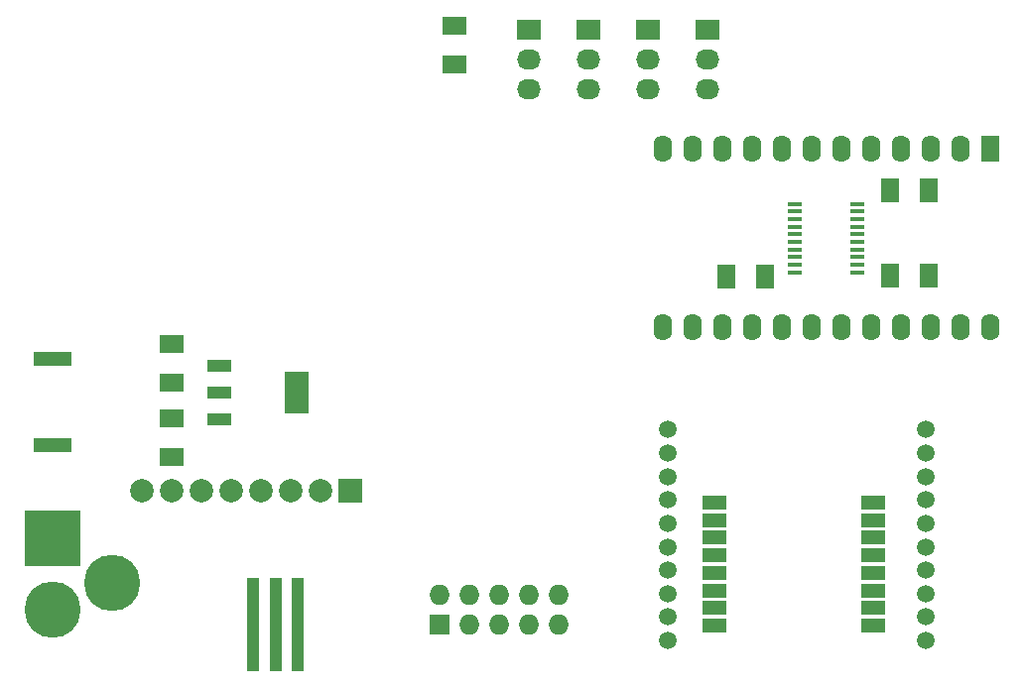
<source format=gts>
G04 #@! TF.FileFunction,Soldermask,Top*
%FSLAX46Y46*%
G04 Gerber Fmt 4.6, Leading zero omitted, Abs format (unit mm)*
G04 Created by KiCad (PCBNEW (2015-01-16 BZR 5376)-product) date 26/03/2015 09:41:38*
%MOMM*%
G01*
G04 APERTURE LIST*
%ADD10C,0.100000*%
%ADD11R,1.524000X2.032000*%
%ADD12R,3.302000X1.270000*%
%ADD13R,2.032000X1.524000*%
%ADD14R,1.000000X8.000000*%
%ADD15C,2.000000*%
%ADD16R,2.000000X2.000000*%
%ADD17R,1.574800X2.286000*%
%ADD18O,1.574800X2.286000*%
%ADD19R,1.727200X1.727200*%
%ADD20O,1.727200X1.727200*%
%ADD21C,4.800600*%
%ADD22R,4.800600X4.800600*%
%ADD23R,1.270000X0.406400*%
%ADD24R,2.000000X1.200000*%
%ADD25R,2.032000X3.657600*%
%ADD26R,2.032000X1.016000*%
%ADD27R,2.032000X1.727200*%
%ADD28O,2.032000X1.727200*%
%ADD29C,1.500000*%
G04 APERTURE END LIST*
D10*
D11*
X168529000Y-96139000D03*
X171831000Y-96139000D03*
D12*
X97028000Y-110617000D03*
X97028000Y-103251000D03*
D11*
X157861000Y-96266000D03*
X154559000Y-96266000D03*
D13*
X107188000Y-108331000D03*
X107188000Y-111633000D03*
X107188000Y-101981000D03*
X107188000Y-105283000D03*
X131318000Y-74803000D03*
X131318000Y-78105000D03*
D11*
X168529000Y-88900000D03*
X171831000Y-88900000D03*
D14*
X114173000Y-125984000D03*
X116078000Y-125984000D03*
X117983000Y-125984000D03*
X114173000Y-125984000D03*
X116078000Y-125984000D03*
X117983000Y-125984000D03*
D15*
X104648000Y-114554000D03*
X107188000Y-114554000D03*
X109728000Y-114554000D03*
X112268000Y-114554000D03*
X114808000Y-114554000D03*
X117348000Y-114554000D03*
X119888000Y-114554000D03*
D16*
X122428000Y-114554000D03*
D17*
X177038000Y-85344000D03*
D18*
X174498000Y-85344000D03*
X171958000Y-85344000D03*
X169418000Y-85344000D03*
X166878000Y-85344000D03*
X164338000Y-85344000D03*
X161798000Y-85344000D03*
X159258000Y-85344000D03*
X156718000Y-85344000D03*
X154178000Y-85344000D03*
X151638000Y-85344000D03*
X149098000Y-85344000D03*
X149098000Y-100584000D03*
X151638000Y-100584000D03*
X154178000Y-100584000D03*
X156718000Y-100584000D03*
X159258000Y-100584000D03*
X161798000Y-100584000D03*
X164338000Y-100584000D03*
X166878000Y-100584000D03*
X169418000Y-100584000D03*
X171958000Y-100584000D03*
X174498000Y-100584000D03*
X177038000Y-100584000D03*
D19*
X130048000Y-125984000D03*
D20*
X130048000Y-123444000D03*
X132588000Y-125984000D03*
X132588000Y-123444000D03*
X135128000Y-125984000D03*
X135128000Y-123444000D03*
X137668000Y-125984000D03*
X137668000Y-123444000D03*
X140208000Y-125984000D03*
X140208000Y-123444000D03*
D21*
X97028000Y-124714000D03*
D22*
X97028000Y-118618000D03*
D21*
X102108000Y-122428000D03*
D23*
X165735000Y-95885000D03*
X165735000Y-95250000D03*
X165735000Y-94589600D03*
X165735000Y-93929200D03*
X165735000Y-93294200D03*
X165735000Y-92633800D03*
X165735000Y-91973400D03*
X165735000Y-91338400D03*
X165735000Y-90678000D03*
X165735000Y-90043000D03*
X160401000Y-90043000D03*
X160401000Y-90678000D03*
X160401000Y-91338400D03*
X160401000Y-91973400D03*
X160401000Y-92633800D03*
X160401000Y-93294200D03*
X160401000Y-93929200D03*
X160401000Y-94589600D03*
X160401000Y-95250000D03*
X160401000Y-95885000D03*
D24*
X167028000Y-126054000D03*
X167028000Y-124554000D03*
X167028000Y-123054000D03*
X167028000Y-121554000D03*
X167028000Y-120054000D03*
X167028000Y-118554000D03*
X167028000Y-117054000D03*
X167028000Y-115554000D03*
X153528000Y-115554000D03*
X153528000Y-117054000D03*
X153528000Y-118554000D03*
X153528000Y-120054000D03*
X153528000Y-121554000D03*
X153528000Y-123054000D03*
X153528000Y-124554000D03*
X153528000Y-126054000D03*
D25*
X117856000Y-106172000D03*
D26*
X111252000Y-106172000D03*
X111252000Y-108458000D03*
X111252000Y-103886000D03*
D27*
X142748000Y-75184000D03*
D28*
X142748000Y-77724000D03*
X142748000Y-80264000D03*
D27*
X147828000Y-75184000D03*
D28*
X147828000Y-77724000D03*
X147828000Y-80264000D03*
D27*
X152908000Y-75184000D03*
D28*
X152908000Y-77724000D03*
X152908000Y-80264000D03*
D27*
X137668000Y-75184000D03*
D28*
X137668000Y-77724000D03*
X137668000Y-80264000D03*
D29*
X171528000Y-127324000D03*
X171528000Y-125324000D03*
X171528000Y-123324000D03*
X171528000Y-121324000D03*
X171528000Y-119324000D03*
X171528000Y-117324000D03*
X171528000Y-115324000D03*
X171528000Y-113324000D03*
X171528000Y-111324000D03*
X171528000Y-109324000D03*
X149528000Y-109324000D03*
X149528000Y-111324000D03*
X149528000Y-113324000D03*
X149528000Y-115324000D03*
X149528000Y-117324000D03*
X149528000Y-119324000D03*
X149528000Y-121324000D03*
X149528000Y-123324000D03*
X149528000Y-125324000D03*
X149528000Y-127324000D03*
M02*

</source>
